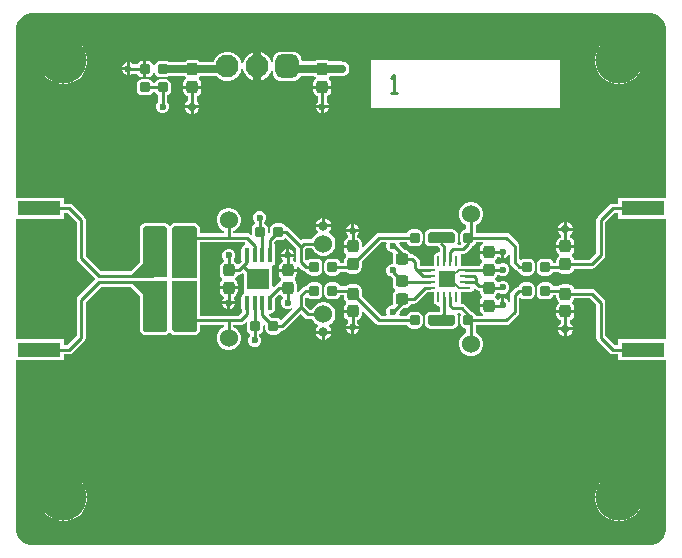
<source format=gbr>
%TF.GenerationSoftware,Altium Limited,Altium Designer,24.2.2 (26)*%
G04 Layer_Physical_Order=1*
G04 Layer_Color=5724159*
%FSLAX45Y45*%
%MOMM*%
%TF.SameCoordinates,D2FE35CC-22CD-4169-9643-A2803306E4A1*%
%TF.FilePolarity,Positive*%
%TF.FileFunction,Copper,L1,Top,Signal*%
%TF.Part,Single*%
G01*
G75*
%TA.AperFunction,ConnectorPad*%
%ADD10R,4.20000X1.35000*%
%ADD11R,3.60000X1.27000*%
%TA.AperFunction,SMDPad,CuDef*%
G04:AMPARAMS|DCode=12|XSize=1mm|YSize=1.05mm|CornerRadius=0.25mm|HoleSize=0mm|Usage=FLASHONLY|Rotation=180.000|XOffset=0mm|YOffset=0mm|HoleType=Round|Shape=RoundedRectangle|*
%AMROUNDEDRECTD12*
21,1,1.00000,0.55000,0,0,180.0*
21,1,0.50000,1.05000,0,0,180.0*
1,1,0.50000,-0.25000,0.27500*
1,1,0.50000,0.25000,0.27500*
1,1,0.50000,0.25000,-0.27500*
1,1,0.50000,-0.25000,-0.27500*
%
%ADD12ROUNDEDRECTD12*%
G04:AMPARAMS|DCode=13|XSize=0.9mm|YSize=0.85mm|CornerRadius=0.2125mm|HoleSize=0mm|Usage=FLASHONLY|Rotation=90.000|XOffset=0mm|YOffset=0mm|HoleType=Round|Shape=RoundedRectangle|*
%AMROUNDEDRECTD13*
21,1,0.90000,0.42500,0,0,90.0*
21,1,0.47500,0.85000,0,0,90.0*
1,1,0.42500,0.21250,0.23750*
1,1,0.42500,0.21250,-0.23750*
1,1,0.42500,-0.21250,-0.23750*
1,1,0.42500,-0.21250,0.23750*
%
%ADD13ROUNDEDRECTD13*%
G04:AMPARAMS|DCode=14|XSize=0.9mm|YSize=0.85mm|CornerRadius=0.2125mm|HoleSize=0mm|Usage=FLASHONLY|Rotation=0.000|XOffset=0mm|YOffset=0mm|HoleType=Round|Shape=RoundedRectangle|*
%AMROUNDEDRECTD14*
21,1,0.90000,0.42500,0,0,0.0*
21,1,0.47500,0.85000,0,0,0.0*
1,1,0.42500,0.23750,-0.21250*
1,1,0.42500,-0.23750,-0.21250*
1,1,0.42500,-0.23750,0.21250*
1,1,0.42500,0.23750,0.21250*
%
%ADD14ROUNDEDRECTD14*%
G04:AMPARAMS|DCode=15|XSize=1mm|YSize=1.05mm|CornerRadius=0.25mm|HoleSize=0mm|Usage=FLASHONLY|Rotation=90.000|XOffset=0mm|YOffset=0mm|HoleType=Round|Shape=RoundedRectangle|*
%AMROUNDEDRECTD15*
21,1,1.00000,0.55000,0,0,90.0*
21,1,0.50000,1.05000,0,0,90.0*
1,1,0.50000,0.27500,0.25000*
1,1,0.50000,0.27500,-0.25000*
1,1,0.50000,-0.27500,-0.25000*
1,1,0.50000,-0.27500,0.25000*
%
%ADD15ROUNDEDRECTD15*%
%ADD16C,1.52400*%
%ADD17R,0.41493X1.24042*%
G04:AMPARAMS|DCode=18|XSize=1.24042mm|YSize=0.41493mm|CornerRadius=0.20746mm|HoleSize=0mm|Usage=FLASHONLY|Rotation=270.000|XOffset=0mm|YOffset=0mm|HoleType=Round|Shape=RoundedRectangle|*
%AMROUNDEDRECTD18*
21,1,1.24042,0.00000,0,0,270.0*
21,1,0.82550,0.41493,0,0,270.0*
1,1,0.41492,0.00000,-0.41275*
1,1,0.41492,0.00000,0.41275*
1,1,0.41492,0.00000,0.41275*
1,1,0.41492,0.00000,-0.41275*
%
%ADD18ROUNDEDRECTD18*%
%ADD19R,1.88000X1.68000*%
%ADD20O,0.25000X1.00000*%
%ADD21O,1.00000X0.25000*%
%ADD22R,1.45000X1.45000*%
%TA.AperFunction,Conductor*%
%ADD23C,0.25400*%
%ADD24C,0.70000*%
%ADD25C,0.15000*%
%TA.AperFunction,NonConductor*%
%ADD26C,0.25400*%
%TA.AperFunction,ComponentPad*%
%ADD27R,1.57000X1.57000*%
%ADD28C,1.57000*%
%ADD29C,1.95000*%
G04:AMPARAMS|DCode=30|XSize=1.95mm|YSize=1.95mm|CornerRadius=0.4875mm|HoleSize=0mm|Usage=FLASHONLY|Rotation=180.000|XOffset=0mm|YOffset=0mm|HoleType=Round|Shape=RoundedRectangle|*
%AMROUNDEDRECTD30*
21,1,1.95000,0.97500,0,0,180.0*
21,1,0.97500,1.95000,0,0,180.0*
1,1,0.97500,-0.48750,0.48750*
1,1,0.97500,0.48750,0.48750*
1,1,0.97500,0.48750,-0.48750*
1,1,0.97500,-0.48750,-0.48750*
%
%ADD30ROUNDEDRECTD30*%
%ADD31C,4.00000*%
%TA.AperFunction,ViaPad*%
%ADD32C,0.60000*%
%ADD33C,0.80000*%
%ADD34C,0.70000*%
%ADD35C,0.50000*%
G36*
X5407919Y4495004D02*
X5431578Y4485204D01*
X5452870Y4470977D01*
X5470977Y4452870D01*
X5485204Y4431578D01*
X5495004Y4407919D01*
X5500000Y4382804D01*
Y4370000D01*
Y2938900D01*
X5098600D01*
Y2888846D01*
X5050000D01*
X5035134Y2885889D01*
X5022531Y2877468D01*
X4922531Y2777468D01*
X4914111Y2764866D01*
X4911153Y2750000D01*
Y2466091D01*
X4858910Y2413847D01*
X4724130D01*
X4722476Y2422165D01*
X4711336Y2438836D01*
X4706058Y2442363D01*
Y2457637D01*
X4711336Y2461164D01*
X4722476Y2477835D01*
X4726387Y2497500D01*
Y2512300D01*
X4573613D01*
Y2497500D01*
X4577524Y2477835D01*
X4588664Y2461164D01*
X4593942Y2457637D01*
Y2442363D01*
X4588664Y2438836D01*
X4577524Y2422165D01*
X4573613Y2402500D01*
Y2388847D01*
X4543311D01*
X4542693Y2391952D01*
X4532383Y2407383D01*
X4516952Y2417693D01*
X4498750Y2421314D01*
X4456250D01*
X4438048Y2417693D01*
X4422617Y2407383D01*
X4412307Y2391952D01*
X4408686Y2373750D01*
Y2326250D01*
X4412307Y2308048D01*
X4422617Y2292617D01*
X4438048Y2282307D01*
X4456250Y2278686D01*
X4498750D01*
X4516952Y2282307D01*
X4532383Y2292617D01*
X4542693Y2308048D01*
X4543311Y2311154D01*
X4588679D01*
X4605335Y2300024D01*
X4625000Y2296113D01*
X4675000D01*
X4694665Y2300024D01*
X4711336Y2311164D01*
X4722476Y2327835D01*
X4724130Y2336154D01*
X4875000D01*
X4889866Y2339111D01*
X4902469Y2347531D01*
X4977469Y2422531D01*
X4985889Y2435134D01*
X4988847Y2450000D01*
Y2733909D01*
X5066091Y2811153D01*
X5098600D01*
Y2761100D01*
X5500000D01*
Y1738900D01*
X5098600D01*
Y1688847D01*
X5066091D01*
X4988847Y1766091D01*
Y2050000D01*
X4985889Y2064866D01*
X4977469Y2077469D01*
X4902469Y2152468D01*
X4889867Y2160889D01*
X4875001Y2163846D01*
X4724130D01*
X4722476Y2172165D01*
X4711336Y2188836D01*
X4694665Y2199976D01*
X4675000Y2203887D01*
X4625000D01*
X4605335Y2199976D01*
X4588679Y2188846D01*
X4543311D01*
X4542693Y2191951D01*
X4532383Y2207382D01*
X4516952Y2217693D01*
X4498750Y2221314D01*
X4456250D01*
X4438048Y2217693D01*
X4422617Y2207382D01*
X4412306Y2191951D01*
X4408686Y2173750D01*
Y2126250D01*
X4412306Y2108048D01*
X4422617Y2092617D01*
X4438048Y2082306D01*
X4456250Y2078686D01*
X4498750D01*
X4516952Y2082306D01*
X4532383Y2092617D01*
X4542693Y2108048D01*
X4543311Y2111153D01*
X4573613D01*
Y2097500D01*
X4577524Y2077835D01*
X4588664Y2061164D01*
X4593942Y2057637D01*
Y2042363D01*
X4588664Y2038836D01*
X4577524Y2022165D01*
X4573613Y2002500D01*
Y1987700D01*
X4650001D01*
X4726387D01*
Y2002500D01*
X4722476Y2022165D01*
X4711336Y2038836D01*
X4706058Y2042363D01*
Y2057637D01*
X4711336Y2061164D01*
X4722476Y2077835D01*
X4724130Y2086153D01*
X4858910D01*
X4911153Y2033910D01*
Y1750000D01*
X4914111Y1735134D01*
X4922531Y1722531D01*
X5022531Y1622531D01*
X5035134Y1614111D01*
X5050000Y1611153D01*
X5098600D01*
Y1561100D01*
X5500000D01*
Y130000D01*
Y117196D01*
X5495004Y92080D01*
X5485204Y68422D01*
X5470977Y47130D01*
X5452870Y29022D01*
X5431578Y14795D01*
X5407919Y4996D01*
X5382804Y0D01*
X117196D01*
X92080Y4996D01*
X68422Y14795D01*
X47130Y29022D01*
X29022Y47130D01*
X14795Y68422D01*
X4996Y92080D01*
X0Y117196D01*
Y130000D01*
Y1561100D01*
X401400D01*
Y1611153D01*
X450000D01*
X464866Y1614111D01*
X477469Y1622531D01*
X577468Y1722531D01*
X585889Y1735134D01*
X588846Y1750000D01*
Y2058509D01*
X714806Y2184469D01*
X968906D01*
X1044102Y2109273D01*
Y1820000D01*
X1046074Y1810089D01*
X1051688Y1801688D01*
X1071687Y1781688D01*
X1071687Y1781688D01*
X1080089Y1776074D01*
X1089999Y1774102D01*
X1260000D01*
X1269911Y1776074D01*
X1278312Y1781688D01*
X1291205Y1794580D01*
X1300000Y1800543D01*
X1308795Y1794580D01*
X1321687Y1781688D01*
X1330089Y1776074D01*
X1340000Y1774102D01*
X1510000D01*
X1519911Y1776074D01*
X1528313Y1781688D01*
X1548312Y1801687D01*
X1548312Y1801688D01*
X1553926Y1810089D01*
X1555898Y1820000D01*
Y1861154D01*
X1761153D01*
Y1844775D01*
X1760784Y1844676D01*
X1737616Y1831300D01*
X1718700Y1812384D01*
X1705324Y1789216D01*
X1698400Y1763376D01*
Y1736624D01*
X1705324Y1710784D01*
X1718700Y1687616D01*
X1737616Y1668700D01*
X1760784Y1655324D01*
X1786624Y1648400D01*
X1813376D01*
X1839216Y1655324D01*
X1862384Y1668700D01*
X1881300Y1687616D01*
X1894676Y1710784D01*
X1901600Y1736624D01*
Y1763376D01*
X1894676Y1789216D01*
X1881300Y1812384D01*
X1862384Y1831300D01*
X1839216Y1844676D01*
X1838846Y1844775D01*
Y1861154D01*
X1900000D01*
X1914866Y1864111D01*
X1927469Y1872531D01*
X1943729Y1888792D01*
X1955433Y1882536D01*
X1953686Y1873750D01*
Y1826250D01*
X1957306Y1808048D01*
X1967617Y1792617D01*
X1981154Y1783573D01*
Y1769501D01*
X1973034Y1761382D01*
X1964600Y1741020D01*
Y1718980D01*
X1973034Y1698619D01*
X1988619Y1683034D01*
X2008980Y1674600D01*
X2031020D01*
X2051381Y1683034D01*
X2066966Y1698619D01*
X2075400Y1718980D01*
Y1741020D01*
X2066966Y1761382D01*
X2058847Y1769501D01*
Y1781689D01*
X2061952Y1782307D01*
X2077383Y1792617D01*
X2087693Y1808048D01*
X2091314Y1826250D01*
Y1853683D01*
X2104014Y1860142D01*
X2108686Y1856737D01*
Y1826250D01*
X2112306Y1808048D01*
X2122617Y1792617D01*
X2138048Y1782307D01*
X2156250Y1778686D01*
X2198750D01*
X2216952Y1782307D01*
X2232383Y1792617D01*
X2242693Y1808048D01*
X2243311Y1811154D01*
X2250000D01*
X2264866Y1814111D01*
X2277469Y1822532D01*
X2410000Y1955063D01*
X2442532Y1922531D01*
X2455134Y1914110D01*
X2470000Y1911153D01*
X2505225D01*
X2505324Y1910784D01*
X2518700Y1887616D01*
X2537616Y1868700D01*
X2550697Y1861147D01*
X2552786Y1845276D01*
X2547667Y1840157D01*
X2539057Y1825243D01*
X2535696Y1812700D01*
X2664304D01*
X2660943Y1825243D01*
X2652333Y1840157D01*
X2647213Y1845276D01*
X2649303Y1861147D01*
X2662384Y1868700D01*
X2681300Y1887616D01*
X2694676Y1910784D01*
X2701600Y1936624D01*
Y1963376D01*
X2694676Y1989216D01*
X2681300Y2012384D01*
X2662384Y2031300D01*
X2639216Y2044676D01*
X2613376Y2051600D01*
X2586624D01*
X2560784Y2044676D01*
X2537616Y2031300D01*
X2518700Y2012384D01*
X2505324Y1989216D01*
X2505225Y1988846D01*
X2486091D01*
X2448847Y2026091D01*
Y2086216D01*
X2454208Y2091145D01*
X2467617Y2092617D01*
X2483048Y2082307D01*
X2501250Y2078686D01*
X2543750D01*
X2561952Y2082307D01*
X2577383Y2092617D01*
X2587693Y2108048D01*
X2591314Y2126250D01*
Y2173750D01*
X2587693Y2191952D01*
X2577383Y2207383D01*
X2561952Y2217693D01*
X2543750Y2221314D01*
X2501250D01*
X2483048Y2217693D01*
X2467617Y2207383D01*
X2457306Y2191952D01*
X2456689Y2188847D01*
X2450000D01*
X2435134Y2185889D01*
X2422531Y2177469D01*
X2388535Y2143472D01*
X2380619Y2146097D01*
X2376387Y2149285D01*
Y2202500D01*
X2372476Y2222165D01*
X2361336Y2238836D01*
X2356059Y2242363D01*
Y2257637D01*
X2361336Y2261163D01*
X2372476Y2277835D01*
X2376387Y2297500D01*
Y2312300D01*
X2300001D01*
X2223613D01*
Y2297500D01*
X2227525Y2277835D01*
X2238664Y2261163D01*
X2243942Y2257637D01*
Y2242363D01*
X2238664Y2238836D01*
X2227525Y2222165D01*
X2225870Y2213846D01*
X2225000D01*
X2210134Y2210889D01*
X2197531Y2202468D01*
X2181133Y2186070D01*
X2169400Y2190931D01*
Y2359400D01*
X2177937Y2368564D01*
X2193646D01*
Y2543406D01*
X2186346D01*
Y2563909D01*
X2201123Y2578686D01*
X2238750D01*
X2256952Y2582307D01*
X2272383Y2592617D01*
X2281543Y2593520D01*
X2371153Y2503909D01*
Y2396388D01*
X2368442Y2394302D01*
X2358453Y2390762D01*
X2344665Y2399975D01*
X2344284Y2400051D01*
X2341835Y2413487D01*
X2346966Y2418618D01*
X2354704Y2437300D01*
X2245296D01*
X2253034Y2418618D01*
X2258165Y2413487D01*
X2255716Y2400051D01*
X2255335Y2399975D01*
X2238664Y2388836D01*
X2227525Y2372165D01*
X2223613Y2352500D01*
Y2337700D01*
X2300001D01*
X2376387D01*
Y2350715D01*
X2380617Y2353902D01*
X2388535Y2356528D01*
X2422531Y2322532D01*
X2435134Y2314111D01*
X2450000Y2311154D01*
X2456689D01*
X2457306Y2308048D01*
X2467617Y2292617D01*
X2483048Y2282307D01*
X2501250Y2278686D01*
X2543750D01*
X2561952Y2282307D01*
X2577383Y2292617D01*
X2587693Y2308048D01*
X2591314Y2326250D01*
Y2373750D01*
X2587693Y2391952D01*
X2577383Y2407383D01*
X2561952Y2417693D01*
X2543750Y2421314D01*
X2501250D01*
X2483048Y2417693D01*
X2467617Y2407383D01*
X2454208Y2408855D01*
X2448847Y2413784D01*
Y2503909D01*
X2456091Y2511153D01*
X2505225D01*
X2505324Y2510784D01*
X2518700Y2487616D01*
X2537616Y2468700D01*
X2560784Y2455324D01*
X2586624Y2448400D01*
X2613376D01*
X2639216Y2455324D01*
X2662384Y2468700D01*
X2681300Y2487616D01*
X2694676Y2510784D01*
X2701600Y2536624D01*
Y2563376D01*
X2694676Y2589216D01*
X2681300Y2612384D01*
X2662384Y2631300D01*
X2649303Y2638852D01*
X2647213Y2654724D01*
X2652333Y2659843D01*
X2660943Y2674756D01*
X2664304Y2687300D01*
X2535696D01*
X2539057Y2674756D01*
X2547667Y2659843D01*
X2552786Y2654724D01*
X2550697Y2638852D01*
X2537616Y2631300D01*
X2518700Y2612384D01*
X2505324Y2589216D01*
X2505225Y2588846D01*
X2440000D01*
X2425134Y2585889D01*
X2412531Y2577469D01*
X2410000Y2574937D01*
X2307469Y2677469D01*
X2294866Y2685889D01*
X2283448Y2688161D01*
X2282693Y2691952D01*
X2272383Y2707383D01*
X2256952Y2717693D01*
X2238750Y2721314D01*
X2196250D01*
X2178048Y2717693D01*
X2162617Y2707383D01*
X2152307Y2691952D01*
X2148686Y2673750D01*
Y2643263D01*
X2144014Y2639858D01*
X2131314Y2646317D01*
Y2673750D01*
X2127693Y2691952D01*
X2117383Y2707383D01*
X2101952Y2717693D01*
X2098846Y2718311D01*
Y2730499D01*
X2106966Y2738619D01*
X2115400Y2758980D01*
Y2781020D01*
X2106966Y2801381D01*
X2091381Y2816966D01*
X2071020Y2825400D01*
X2048980D01*
X2028618Y2816966D01*
X2013034Y2801381D01*
X2004600Y2781020D01*
Y2758980D01*
X2013034Y2738619D01*
X2021153Y2730499D01*
Y2716427D01*
X2007617Y2707383D01*
X1997307Y2691952D01*
X1993686Y2673750D01*
Y2629212D01*
X1986569Y2624786D01*
X1981246Y2623691D01*
X1977469Y2627468D01*
X1964866Y2635889D01*
X1950000Y2638846D01*
X1838846D01*
Y2655225D01*
X1839216Y2655324D01*
X1862384Y2668700D01*
X1881300Y2687616D01*
X1894676Y2710784D01*
X1901600Y2736624D01*
Y2763376D01*
X1894676Y2789216D01*
X1881300Y2812384D01*
X1862384Y2831300D01*
X1839216Y2844676D01*
X1813376Y2851600D01*
X1786624D01*
X1760784Y2844676D01*
X1737616Y2831300D01*
X1718700Y2812384D01*
X1705324Y2789216D01*
X1698400Y2763376D01*
Y2736624D01*
X1705324Y2710784D01*
X1718700Y2687616D01*
X1737616Y2668700D01*
X1760784Y2655324D01*
X1761153Y2655225D01*
Y2638846D01*
X1555898D01*
Y2680000D01*
X1553926Y2689911D01*
X1548312Y2698312D01*
X1528313Y2718312D01*
X1528313Y2718312D01*
X1519911Y2723926D01*
X1510001Y2725898D01*
X1340000D01*
X1330089Y2723926D01*
X1321687Y2718312D01*
X1308795Y2705420D01*
X1300000Y2699457D01*
X1291205Y2705420D01*
X1278312Y2718312D01*
X1269911Y2723926D01*
X1260000Y2725898D01*
X1090000D01*
X1080089Y2723926D01*
X1071687Y2718312D01*
X1051688Y2698313D01*
X1051688Y2698312D01*
X1046074Y2689911D01*
X1044102Y2680000D01*
Y2390727D01*
X967375Y2314000D01*
X717681D01*
X588846Y2442835D01*
Y2750000D01*
X585889Y2764866D01*
X577468Y2777469D01*
X477469Y2877468D01*
X464866Y2885889D01*
X450000Y2888846D01*
X401400D01*
Y2938900D01*
X0D01*
Y4370000D01*
Y4382804D01*
X4996Y4407919D01*
X14795Y4431578D01*
X29022Y4452870D01*
X47130Y4470977D01*
X68422Y4485204D01*
X92080Y4495004D01*
X117196Y4500000D01*
X5382804D01*
X5407919Y4495004D01*
D02*
G37*
G36*
X1939401Y2553043D02*
X1935433Y2540915D01*
X1934495Y2540728D01*
X1919231Y2530529D01*
X1909031Y2515265D01*
X1905450Y2497259D01*
Y2414710D01*
X1907826Y2402763D01*
X1883243Y2378180D01*
X1867185Y2380083D01*
X1861336Y2388836D01*
X1844665Y2399976D01*
X1844285Y2400052D01*
X1841835Y2413488D01*
X1846966Y2418618D01*
X1855400Y2438980D01*
Y2461020D01*
X1846966Y2481381D01*
X1831382Y2496966D01*
X1811020Y2505400D01*
X1788980D01*
X1768619Y2496966D01*
X1753034Y2481381D01*
X1744600Y2461020D01*
Y2438980D01*
X1753034Y2418618D01*
X1758165Y2413488D01*
X1755716Y2400052D01*
X1755335Y2399976D01*
X1738664Y2388836D01*
X1727525Y2372165D01*
X1723613Y2352500D01*
Y2297500D01*
X1727525Y2277835D01*
X1738664Y2261164D01*
X1743942Y2257637D01*
Y2242363D01*
X1738664Y2238837D01*
X1727525Y2222165D01*
X1723613Y2202500D01*
Y2187700D01*
X1876387D01*
Y2202500D01*
X1872476Y2222165D01*
X1861336Y2238837D01*
X1856059Y2242363D01*
Y2257637D01*
X1861336Y2261164D01*
X1872476Y2277835D01*
X1874130Y2286154D01*
X1885000D01*
X1899866Y2289111D01*
X1912469Y2297532D01*
X1918750Y2303813D01*
X1930600Y2291963D01*
Y2140600D01*
X1930600D01*
X1933257Y2128795D01*
X1933210Y2127900D01*
X1919231Y2118559D01*
X1909031Y2103295D01*
X1905450Y2085290D01*
Y2002740D01*
X1909031Y1984735D01*
X1911153Y1981559D01*
Y1966091D01*
X1883909Y1938847D01*
X1555898D01*
Y2120000D01*
Y2236297D01*
X1553926Y2246208D01*
X1551896Y2249246D01*
X1553926Y2252284D01*
X1555898Y2262195D01*
Y2380000D01*
Y2561153D01*
X1932583D01*
X1939401Y2553043D01*
D02*
G37*
G36*
X1280000Y2680000D02*
Y2262739D01*
X1153957D01*
X1150400Y2263447D01*
X1146842Y2262739D01*
X980000D01*
X980000Y2262739D01*
Y2290000D01*
X1070000Y2380000D01*
Y2680000D01*
X1090000Y2700000D01*
X1260000D01*
X1280000Y2680000D01*
D02*
G37*
G36*
X1530000D02*
Y2380000D01*
Y2262195D01*
X1320000D01*
Y2680000D01*
X1340000Y2700000D01*
X1510000D01*
X1530000Y2680000D01*
D02*
G37*
G36*
X1280000Y1820000D02*
X1260000Y1800000D01*
X1090000D01*
X1070000Y1820000D01*
Y2120000D01*
X980000Y2210000D01*
Y2236841D01*
X1148953D01*
X1150400Y2236554D01*
X1151847Y2236841D01*
X1280000D01*
Y1820000D01*
D02*
G37*
G36*
X2235188Y2116367D02*
X2238664Y2111163D01*
X2255335Y2100024D01*
X2255716Y2099948D01*
X2258165Y2086512D01*
X2253034Y2081381D01*
X2244600Y2061019D01*
Y2038980D01*
X2253034Y2018618D01*
X2268619Y2003034D01*
X2288980Y1994600D01*
X2311020D01*
X2331381Y2003034D01*
X2338236Y1993173D01*
X2247497Y1902434D01*
X2234858Y1903679D01*
X2232383Y1907383D01*
X2216952Y1917693D01*
X2198750Y1921314D01*
X2161123D01*
X2137758Y1944679D01*
X2144014Y1956384D01*
X2147500Y1955690D01*
X2165505Y1959272D01*
X2180769Y1969471D01*
X2190969Y1984735D01*
X2194550Y2002740D01*
Y2085290D01*
X2193833Y2088896D01*
X2222549Y2117611D01*
X2235188Y2116367D01*
D02*
G37*
G36*
X1530000Y2120000D02*
Y1820000D01*
X1510000Y1800000D01*
X1340000D01*
X1320000Y1820000D01*
Y2236297D01*
X1530000D01*
Y2120000D01*
D02*
G37*
G36*
X511153Y2733909D02*
Y2426744D01*
X514110Y2411878D01*
X522531Y2399275D01*
X671135Y2250672D01*
X522531Y2102068D01*
X514110Y2089466D01*
X511153Y2074600D01*
Y1766090D01*
X433909Y1688847D01*
X401400D01*
Y1738900D01*
X0D01*
Y2761100D01*
X401400D01*
Y2811153D01*
X433910D01*
X511153Y2733909D01*
D02*
G37*
%LPC*%
G36*
X1802180Y4172900D02*
X1769820D01*
X1738563Y4164524D01*
X1710538Y4148344D01*
X1687656Y4125462D01*
X1671476Y4097437D01*
X1669237Y4089083D01*
X1550967D01*
X1534665Y4099976D01*
X1515000Y4103887D01*
X1465000D01*
X1445335Y4099976D01*
X1429033Y4089083D01*
X1375193D01*
X1372014Y4090400D01*
X1347986D01*
X1344807Y4089083D01*
X1287355D01*
X1281952Y4092693D01*
X1263750Y4096314D01*
X1216250D01*
X1198048Y4092693D01*
X1182617Y4082383D01*
X1172307Y4066952D01*
X1171474Y4062768D01*
X1158526D01*
X1157693Y4066952D01*
X1147383Y4082383D01*
X1131952Y4092693D01*
X1113750Y4096314D01*
X1102700D01*
Y4027500D01*
Y3958686D01*
X1113750D01*
X1131952Y3962307D01*
X1147383Y3972617D01*
X1157693Y3988048D01*
X1158526Y3992232D01*
X1171474D01*
X1172307Y3988048D01*
X1182617Y3972617D01*
X1198048Y3962307D01*
X1216250Y3958686D01*
X1263750D01*
X1281952Y3962307D01*
X1287355Y3965917D01*
X1425488D01*
X1428664Y3961164D01*
X1433942Y3957637D01*
Y3942363D01*
X1428664Y3938836D01*
X1417524Y3922165D01*
X1413613Y3902500D01*
Y3887700D01*
X1566387D01*
Y3902500D01*
X1562476Y3922165D01*
X1551336Y3938836D01*
X1546058Y3942363D01*
Y3956718D01*
X1548895Y3959533D01*
X1551336Y3961164D01*
X1552904Y3963511D01*
X1555329Y3965917D01*
X1696277D01*
X1710538Y3951655D01*
X1738563Y3935475D01*
X1769820Y3927100D01*
X1802180D01*
X1833438Y3935475D01*
X1861463Y3951655D01*
X1884345Y3974537D01*
X1900525Y4002562D01*
X1906426Y4024587D01*
X1919574D01*
X1925476Y4002562D01*
X1941656Y3974537D01*
X1964538Y3951655D01*
X1992563Y3935475D01*
X2005000Y3932143D01*
Y4050000D01*
Y4167857D01*
X1992563Y4164524D01*
X1964538Y4148344D01*
X1941656Y4125462D01*
X1925476Y4097437D01*
X1919574Y4075413D01*
X1906426D01*
X1900525Y4097437D01*
X1884345Y4125462D01*
X1861463Y4148344D01*
X1833438Y4164524D01*
X1802180Y4172900D01*
D02*
G37*
G36*
X2342750Y4173540D02*
X2245250D01*
X2225893Y4170991D01*
X2207855Y4163519D01*
X2192366Y4151634D01*
X2180481Y4136145D01*
X2173009Y4118107D01*
X2170460Y4098750D01*
Y4087034D01*
X2157760Y4085362D01*
X2154525Y4097437D01*
X2138345Y4125462D01*
X2115463Y4148344D01*
X2087438Y4164524D01*
X2075000Y4167857D01*
Y4050000D01*
Y3932143D01*
X2087438Y3935475D01*
X2115463Y3951655D01*
X2138345Y3974537D01*
X2154525Y4002562D01*
X2157760Y4014638D01*
X2170460Y4012966D01*
Y4001250D01*
X2173009Y3981893D01*
X2180481Y3963855D01*
X2192366Y3948365D01*
X2207855Y3936480D01*
X2225893Y3929008D01*
X2245250Y3926460D01*
X2342750D01*
X2362107Y3929008D01*
X2380145Y3936480D01*
X2395635Y3948365D01*
X2407520Y3963855D01*
X2409409Y3968417D01*
X2523817D01*
X2528664Y3961164D01*
X2533942Y3957637D01*
Y3942363D01*
X2528664Y3938836D01*
X2517524Y3922165D01*
X2513613Y3902500D01*
Y3887700D01*
X2590000D01*
X2666387D01*
Y3902500D01*
X2662475Y3922165D01*
X2651336Y3938836D01*
X2646058Y3942363D01*
Y3957637D01*
X2651336Y3961164D01*
X2656183Y3968417D01*
X2760000D01*
X2765949Y3969600D01*
X2772014D01*
X2777618Y3971921D01*
X2783567Y3973105D01*
X2788610Y3976474D01*
X2794214Y3978795D01*
X2798502Y3983084D01*
X2803546Y3986454D01*
X2806916Y3991498D01*
X2811204Y3995786D01*
X2813525Y4001390D01*
X2816895Y4006433D01*
X2818079Y4012382D01*
X2820400Y4017986D01*
Y4024051D01*
X2821583Y4030000D01*
X2820400Y4035949D01*
Y4042014D01*
X2818079Y4047618D01*
X2816895Y4053567D01*
X2813525Y4058610D01*
X2811204Y4064214D01*
X2806916Y4068502D01*
X2803546Y4073546D01*
X2798502Y4076916D01*
X2794214Y4081205D01*
X2788610Y4083526D01*
X2783567Y4086896D01*
X2777618Y4088079D01*
X2772014Y4090400D01*
X2765949D01*
X2760000Y4091583D01*
X2647225D01*
X2634665Y4099976D01*
X2615000Y4103887D01*
X2565000D01*
X2545335Y4099976D01*
X2532775Y4091583D01*
X2417540D01*
Y4098750D01*
X2414992Y4118107D01*
X2407520Y4136145D01*
X2395635Y4151634D01*
X2380145Y4163519D01*
X2362107Y4170991D01*
X2342750Y4173540D01*
D02*
G37*
G36*
X1077300Y4096314D02*
X1066250D01*
X1048048Y4092693D01*
X1032617Y4082383D01*
X1022307Y4066952D01*
X1022186Y4066346D01*
X992001D01*
X981381Y4076966D01*
X962700Y4084704D01*
Y4030000D01*
Y3975296D01*
X981381Y3983034D01*
X987001Y3988653D01*
X1022186D01*
X1022307Y3988048D01*
X1032617Y3972617D01*
X1048048Y3962307D01*
X1066250Y3958686D01*
X1077300D01*
Y4027500D01*
Y4096314D01*
D02*
G37*
G36*
X937300Y4084704D02*
X918618Y4076966D01*
X903034Y4061382D01*
X895296Y4042700D01*
X937300D01*
Y4084704D01*
D02*
G37*
G36*
Y4017300D02*
X895296D01*
X903034Y3998619D01*
X918618Y3983034D01*
X937300Y3975296D01*
Y4017300D01*
D02*
G37*
G36*
X1263750Y3941314D02*
X1216250D01*
X1198048Y3937693D01*
X1182617Y3927383D01*
X1172307Y3911952D01*
X1172186Y3911347D01*
X1157814D01*
X1157693Y3911952D01*
X1147383Y3927383D01*
X1131952Y3937693D01*
X1113750Y3941314D01*
X1066250D01*
X1048048Y3937693D01*
X1032617Y3927383D01*
X1022307Y3911952D01*
X1018686Y3893750D01*
Y3851250D01*
X1022307Y3833048D01*
X1032617Y3817617D01*
X1048048Y3807307D01*
X1066250Y3803686D01*
X1113750D01*
X1131952Y3807307D01*
X1147383Y3817617D01*
X1157693Y3833048D01*
X1157814Y3833653D01*
X1172186D01*
X1172307Y3833048D01*
X1182617Y3817617D01*
X1198048Y3807307D01*
X1201154Y3806689D01*
Y3749501D01*
X1193034Y3741381D01*
X1184600Y3721020D01*
Y3698980D01*
X1193034Y3678618D01*
X1208619Y3663034D01*
X1228980Y3654600D01*
X1251020D01*
X1271382Y3663034D01*
X1286966Y3678618D01*
X1295400Y3698980D01*
Y3721020D01*
X1286966Y3741381D01*
X1278847Y3749501D01*
Y3806689D01*
X1281952Y3807307D01*
X1297383Y3817617D01*
X1307693Y3833048D01*
X1311314Y3851250D01*
Y3893750D01*
X1307693Y3911952D01*
X1297383Y3927383D01*
X1281952Y3937693D01*
X1263750Y3941314D01*
D02*
G37*
G36*
X5119698Y4300000D02*
X5080302D01*
X5041662Y4292314D01*
X5005265Y4277238D01*
X4972507Y4255350D01*
X4944650Y4227492D01*
X4922762Y4194735D01*
X4907686Y4158338D01*
X4900000Y4119698D01*
Y4080302D01*
X4907686Y4041662D01*
X4922762Y4005265D01*
X4944650Y3972507D01*
X4972507Y3944650D01*
X5005265Y3922762D01*
X5041662Y3907686D01*
X5080302Y3900000D01*
X5119698D01*
X5158338Y3907686D01*
X5194735Y3922762D01*
X5227492Y3944650D01*
X5255350Y3972507D01*
X5277238Y4005265D01*
X5292314Y4041662D01*
X5300000Y4080302D01*
Y4119698D01*
X5292314Y4158338D01*
X5277238Y4194735D01*
X5255350Y4227492D01*
X5227492Y4255350D01*
X5194735Y4277238D01*
X5158338Y4292314D01*
X5119698Y4300000D01*
D02*
G37*
G36*
X419698D02*
X380302D01*
X341662Y4292314D01*
X305265Y4277238D01*
X272507Y4255350D01*
X244650Y4227492D01*
X222762Y4194735D01*
X207686Y4158338D01*
X200000Y4119698D01*
Y4080302D01*
X207686Y4041662D01*
X222762Y4005265D01*
X244650Y3972507D01*
X272507Y3944650D01*
X305265Y3922762D01*
X341662Y3907686D01*
X380302Y3900000D01*
X419698D01*
X458338Y3907686D01*
X494735Y3922762D01*
X527492Y3944650D01*
X555350Y3972507D01*
X577238Y4005265D01*
X592314Y4041662D01*
X600000Y4080302D01*
Y4119698D01*
X592314Y4158338D01*
X577238Y4194735D01*
X555350Y4227492D01*
X527492Y4255350D01*
X494735Y4277238D01*
X458338Y4292314D01*
X419698Y4300000D01*
D02*
G37*
G36*
X2666387Y3862300D02*
X2590000D01*
X2513613D01*
Y3847500D01*
X2517524Y3827835D01*
X2528664Y3811164D01*
X2545335Y3800024D01*
X2551153Y3798867D01*
Y3749501D01*
X2543034Y3741381D01*
X2535296Y3722700D01*
X2644704D01*
X2636966Y3741381D01*
X2628846Y3749501D01*
Y3798867D01*
X2634665Y3800024D01*
X2651336Y3811164D01*
X2662475Y3827835D01*
X2666387Y3847500D01*
Y3862300D01*
D02*
G37*
G36*
X1566387Y3862300D02*
X1413613D01*
Y3847500D01*
X1417524Y3827835D01*
X1428664Y3811164D01*
X1445335Y3800024D01*
X1451154Y3798867D01*
Y3756572D01*
X1438795Y3744214D01*
X1429884Y3722700D01*
X1550116D01*
X1541205Y3744214D01*
X1528847Y3756572D01*
Y3798867D01*
X1534665Y3800024D01*
X1551336Y3811164D01*
X1562476Y3827835D01*
X1566387Y3847500D01*
Y3862300D01*
D02*
G37*
G36*
X4600000Y4100000D02*
X3000000D01*
Y3700000D01*
X4600000D01*
Y4100000D01*
D02*
G37*
G36*
X2644704Y3697300D02*
X2602700D01*
Y3655296D01*
X2621381Y3663034D01*
X2636966Y3678618D01*
X2644704Y3697300D01*
D02*
G37*
G36*
X2577300D02*
X2535296D01*
X2543034Y3678618D01*
X2558618Y3663034D01*
X2577300Y3655296D01*
Y3697300D01*
D02*
G37*
G36*
X1550116D02*
X1502700D01*
Y3649884D01*
X1524214Y3658795D01*
X1541205Y3675786D01*
X1550116Y3697300D01*
D02*
G37*
G36*
X1477300D02*
X1429884D01*
X1438795Y3675786D01*
X1455786Y3658795D01*
X1477300Y3649884D01*
Y3697300D01*
D02*
G37*
G36*
X2612700Y2764304D02*
Y2712700D01*
X2664304D01*
X2660943Y2725243D01*
X2652333Y2740157D01*
X2640157Y2752333D01*
X2625243Y2760943D01*
X2612700Y2764304D01*
D02*
G37*
G36*
X2587300D02*
X2574756Y2760943D01*
X2559843Y2752333D01*
X2547667Y2740157D01*
X2539057Y2725243D01*
X2535696Y2712700D01*
X2587300D01*
Y2764304D01*
D02*
G37*
G36*
X4662700Y2730116D02*
Y2682700D01*
X4710116D01*
X4701205Y2704214D01*
X4684214Y2721205D01*
X4662700Y2730116D01*
D02*
G37*
G36*
X4637300D02*
X4615786Y2721205D01*
X4598795Y2704214D01*
X4589884Y2682700D01*
X4637300D01*
Y2730116D01*
D02*
G37*
G36*
X2862700Y2714704D02*
Y2672700D01*
X2904704D01*
X2896966Y2691381D01*
X2881381Y2706966D01*
X2862700Y2714704D01*
D02*
G37*
G36*
X2837300D02*
X2818618Y2706966D01*
X2803034Y2691381D01*
X2795296Y2672700D01*
X2837300D01*
Y2714704D01*
D02*
G37*
G36*
X3863376Y2901600D02*
X3836624D01*
X3810784Y2894676D01*
X3787616Y2881300D01*
X3768700Y2862384D01*
X3755324Y2839216D01*
X3748400Y2813376D01*
Y2786624D01*
X3755324Y2760784D01*
X3768700Y2737616D01*
X3787616Y2718700D01*
X3810784Y2705324D01*
X3811153Y2705225D01*
Y2671313D01*
X3806250D01*
X3788048Y2667693D01*
X3772617Y2657382D01*
X3762306Y2641951D01*
X3758686Y2623749D01*
Y2576250D01*
X3762306Y2558048D01*
X3767699Y2549977D01*
X3759862Y2538847D01*
X3740138D01*
X3733349Y2551547D01*
X3737693Y2558048D01*
X3741314Y2576250D01*
Y2623749D01*
X3737693Y2641951D01*
X3727383Y2657382D01*
X3711952Y2667693D01*
X3710589Y2667964D01*
X3709911Y2668417D01*
X3700000Y2670389D01*
X3698399D01*
X3693750Y2671313D01*
X3651250D01*
X3646601Y2670389D01*
X3553399D01*
X3548750Y2671313D01*
X3506250D01*
X3501601Y2670389D01*
X3500000D01*
X3490089Y2668417D01*
X3489411Y2667964D01*
X3488048Y2667693D01*
X3472617Y2657382D01*
X3462307Y2641951D01*
X3458686Y2623749D01*
Y2576250D01*
X3462307Y2558048D01*
X3472617Y2542617D01*
X3488048Y2532306D01*
X3488951Y2532127D01*
X3490089Y2531366D01*
X3500000Y2529395D01*
X3502686D01*
X3506250Y2528686D01*
X3548750D01*
X3552314Y2529395D01*
X3567945D01*
X3572531Y2522531D01*
X3586153Y2508909D01*
Y2483933D01*
X3576336Y2475876D01*
X3575000Y2476142D01*
X3560212Y2473201D01*
X3547676Y2464824D01*
X3539299Y2452288D01*
X3536358Y2437500D01*
Y2363642D01*
X3501027D01*
X3500000Y2363846D01*
X3418847D01*
Y2390000D01*
X3415890Y2404866D01*
X3407469Y2417469D01*
X3377469Y2447469D01*
X3364866Y2455889D01*
X3350000Y2458846D01*
X3341133D01*
X3339976Y2464665D01*
X3328836Y2481336D01*
X3312165Y2492476D01*
X3292500Y2496387D01*
X3288550D01*
X3245400Y2539537D01*
Y2542919D01*
X3242221Y2550593D01*
X3249277Y2561153D01*
X3306689D01*
X3307307Y2558048D01*
X3317617Y2542617D01*
X3333048Y2532306D01*
X3351250Y2528686D01*
X3393750D01*
X3411952Y2532306D01*
X3427383Y2542617D01*
X3437693Y2558048D01*
X3441314Y2576250D01*
Y2623749D01*
X3437693Y2641951D01*
X3427383Y2657382D01*
X3411952Y2667693D01*
X3393750Y2671313D01*
X3351250D01*
X3333048Y2667693D01*
X3317617Y2657382D01*
X3307307Y2641951D01*
X3306689Y2638846D01*
X3074999D01*
X3060134Y2635889D01*
X3047531Y2627468D01*
X2938120Y2518058D01*
X2926387Y2522918D01*
Y2552500D01*
X2922475Y2572165D01*
X2911336Y2588836D01*
X2894665Y2599976D01*
X2888846Y2601133D01*
Y2620499D01*
X2896966Y2628619D01*
X2904704Y2647300D01*
X2795296D01*
X2803034Y2628619D01*
X2811153Y2620499D01*
Y2601133D01*
X2805335Y2599976D01*
X2788664Y2588836D01*
X2777524Y2572165D01*
X2773613Y2552500D01*
Y2537700D01*
X2850000D01*
Y2512300D01*
X2773613D01*
Y2497500D01*
X2777524Y2477835D01*
X2788664Y2461164D01*
X2793942Y2457637D01*
Y2442363D01*
X2788664Y2438836D01*
X2777524Y2422165D01*
X2773613Y2402500D01*
Y2388847D01*
X2743311D01*
X2742693Y2391952D01*
X2732383Y2407383D01*
X2716952Y2417693D01*
X2698750Y2421314D01*
X2656250D01*
X2638048Y2417693D01*
X2622617Y2407383D01*
X2612306Y2391952D01*
X2608686Y2373750D01*
Y2326250D01*
X2612306Y2308048D01*
X2622617Y2292617D01*
X2638048Y2282307D01*
X2656250Y2278686D01*
X2698750D01*
X2716952Y2282307D01*
X2732383Y2292617D01*
X2742693Y2308048D01*
X2743311Y2311154D01*
X2788679D01*
X2805335Y2300024D01*
X2825000Y2296113D01*
X2875000D01*
X2894665Y2300024D01*
X2911336Y2311164D01*
X2922475Y2327835D01*
X2926387Y2347500D01*
Y2396450D01*
X3091090Y2561153D01*
X3130723D01*
X3137779Y2550593D01*
X3134600Y2542919D01*
Y2520880D01*
X3143034Y2500518D01*
X3158619Y2484934D01*
X3178980Y2476500D01*
X3184461D01*
X3189747Y2466610D01*
X3189852Y2463800D01*
X3186113Y2445000D01*
Y2395000D01*
X3187345Y2388804D01*
X3179288Y2378986D01*
X3177266D01*
X3156905Y2370552D01*
X3141320Y2354968D01*
X3140000Y2351780D01*
X3132886Y2334606D01*
Y2312567D01*
X3139702Y2296113D01*
X3141320Y2292205D01*
X3156905Y2276621D01*
X3168065Y2271998D01*
X3186113Y2253950D01*
Y2205000D01*
X3190024Y2185335D01*
X3201164Y2168664D01*
X3210183Y2162637D01*
Y2147363D01*
X3201164Y2141336D01*
X3190024Y2124665D01*
X3186113Y2105000D01*
Y2055000D01*
X3189474Y2038100D01*
X3184507Y2028988D01*
X3181389Y2025400D01*
X3178980D01*
X3158619Y2016966D01*
X3143034Y2001382D01*
X3134600Y1981020D01*
Y1958980D01*
X3138566Y1949406D01*
X3131510Y1938846D01*
X3091091D01*
X2926387Y2103550D01*
Y2152500D01*
X2922475Y2172165D01*
X2911336Y2188836D01*
X2894665Y2199976D01*
X2875000Y2203887D01*
X2825000D01*
X2805335Y2199976D01*
X2788679Y2188847D01*
X2743311D01*
X2742693Y2191952D01*
X2732383Y2207383D01*
X2716952Y2217693D01*
X2698750Y2221314D01*
X2656250D01*
X2638048Y2217693D01*
X2622617Y2207383D01*
X2612306Y2191952D01*
X2608686Y2173750D01*
Y2126250D01*
X2612306Y2108048D01*
X2622617Y2092617D01*
X2638048Y2082307D01*
X2656250Y2078686D01*
X2698750D01*
X2716952Y2082307D01*
X2732383Y2092617D01*
X2742693Y2108048D01*
X2743311Y2111154D01*
X2773613D01*
Y2097500D01*
X2777524Y2077835D01*
X2788664Y2061164D01*
X2793942Y2057637D01*
Y2042363D01*
X2788664Y2038836D01*
X2777524Y2022165D01*
X2773613Y2002500D01*
Y1987700D01*
X2850000D01*
Y1962300D01*
X2773613D01*
Y1947500D01*
X2777524Y1927835D01*
X2788664Y1911164D01*
X2805335Y1900024D01*
X2811153Y1898867D01*
Y1879501D01*
X2803034Y1871381D01*
X2795296Y1852700D01*
X2904704D01*
X2896966Y1871381D01*
X2888846Y1879501D01*
Y1898867D01*
X2894665Y1900024D01*
X2911336Y1911164D01*
X2922475Y1927835D01*
X2926387Y1947500D01*
Y1977082D01*
X2938120Y1981942D01*
X3047531Y1872531D01*
X3060134Y1864110D01*
X3075000Y1861153D01*
X3306689D01*
X3307307Y1858048D01*
X3317617Y1842617D01*
X3333048Y1832306D01*
X3351250Y1828686D01*
X3393750D01*
X3411952Y1832306D01*
X3427383Y1842617D01*
X3437693Y1858048D01*
X3441314Y1876250D01*
Y1923750D01*
X3437693Y1941951D01*
X3427383Y1957382D01*
X3411952Y1967693D01*
X3393750Y1971314D01*
X3351250D01*
X3333048Y1967693D01*
X3317617Y1957382D01*
X3307307Y1941951D01*
X3306689Y1938846D01*
X3248490D01*
X3241434Y1949406D01*
X3245400Y1958980D01*
Y1970463D01*
X3278550Y2003613D01*
X3292500D01*
X3312165Y2007525D01*
X3328836Y2018664D01*
X3339976Y2035335D01*
X3341133Y2041154D01*
X3370000D01*
X3384866Y2044111D01*
X3397469Y2052532D01*
X3481090Y2136153D01*
X3500000D01*
X3501027Y2136357D01*
X3536358D01*
Y2062500D01*
X3539299Y2047712D01*
X3547676Y2035176D01*
X3560212Y2026799D01*
X3575000Y2023858D01*
X3576336Y2024123D01*
X3586153Y2016066D01*
Y1971091D01*
X3585452Y1970389D01*
X3553399D01*
X3548750Y1971314D01*
X3506250D01*
X3501601Y1970389D01*
X3500000D01*
X3490089Y1968417D01*
X3489411Y1967964D01*
X3488048Y1967693D01*
X3472617Y1957382D01*
X3462307Y1941951D01*
X3458686Y1923750D01*
Y1876250D01*
X3462307Y1858048D01*
X3472617Y1842617D01*
X3488048Y1832306D01*
X3488951Y1832127D01*
X3490089Y1831366D01*
X3500000Y1829395D01*
X3502686D01*
X3506250Y1828686D01*
X3548750D01*
X3552314Y1829395D01*
X3647686D01*
X3651250Y1828686D01*
X3693750D01*
X3697314Y1829395D01*
X3700000D01*
X3709911Y1831366D01*
X3711049Y1832127D01*
X3711952Y1832306D01*
X3727383Y1842617D01*
X3737693Y1858048D01*
X3741314Y1876250D01*
Y1923750D01*
X3737693Y1941951D01*
X3733349Y1948454D01*
X3740137Y1961154D01*
X3753909D01*
X3766634Y1948429D01*
X3762306Y1941951D01*
X3758686Y1923750D01*
Y1876250D01*
X3762306Y1858048D01*
X3772617Y1842617D01*
X3788048Y1832306D01*
X3806250Y1828686D01*
X3811153D01*
Y1794775D01*
X3810784Y1794676D01*
X3787616Y1781300D01*
X3768700Y1762384D01*
X3755324Y1739216D01*
X3748400Y1713376D01*
Y1686624D01*
X3755324Y1660784D01*
X3768700Y1637616D01*
X3787616Y1618699D01*
X3810784Y1605323D01*
X3836624Y1598400D01*
X3863376D01*
X3889216Y1605323D01*
X3912384Y1618699D01*
X3931300Y1637616D01*
X3944676Y1660784D01*
X3951600Y1686624D01*
Y1713376D01*
X3944676Y1739216D01*
X3931300Y1762384D01*
X3912384Y1781300D01*
X3889216Y1794676D01*
X3888846Y1794775D01*
Y1852291D01*
X3892693Y1858048D01*
X3893311Y1861153D01*
X4150000D01*
X4164866Y1864110D01*
X4177468Y1872531D01*
X4247469Y1942531D01*
X4255889Y1955134D01*
X4258846Y1970000D01*
Y2084366D01*
X4259344Y2084834D01*
X4271546Y2089992D01*
X4283048Y2082306D01*
X4301250Y2078686D01*
X4343750D01*
X4361952Y2082306D01*
X4377383Y2092617D01*
X4387693Y2108048D01*
X4391314Y2126250D01*
Y2173750D01*
X4387693Y2191951D01*
X4377383Y2207382D01*
X4361952Y2217693D01*
X4343750Y2221314D01*
X4301250D01*
X4283048Y2217693D01*
X4267617Y2207382D01*
X4257306Y2191951D01*
X4256552Y2188160D01*
X4245134Y2185889D01*
X4232531Y2177468D01*
X4192531Y2137469D01*
X4184111Y2124866D01*
X4181153Y2110000D01*
Y2060316D01*
X4168453Y2057790D01*
X4166966Y2061381D01*
X4151381Y2076966D01*
X4132700Y2084704D01*
Y2030000D01*
X4107300D01*
Y2084704D01*
X4088618Y2076966D01*
X4085158Y2073505D01*
X4082194Y2073192D01*
X4069824Y2076133D01*
X4061336Y2088837D01*
X4056058Y2092363D01*
Y2107637D01*
X4061336Y2111164D01*
X4072475Y2127835D01*
X4073698Y2133982D01*
X4086241Y2135412D01*
X4088618Y2133034D01*
X4108980Y2124600D01*
X4131020D01*
X4151381Y2133034D01*
X4166966Y2148619D01*
X4175400Y2168980D01*
Y2191020D01*
X4166966Y2211381D01*
X4151381Y2226966D01*
X4131020Y2235400D01*
X4108980D01*
X4088618Y2226966D01*
X4085158Y2223505D01*
X4082194Y2223192D01*
X4069824Y2226133D01*
X4061336Y2238837D01*
X4056058Y2242363D01*
Y2257637D01*
X4061336Y2261164D01*
X4072475Y2277835D01*
X4073698Y2283982D01*
X4086241Y2285411D01*
X4088618Y2283034D01*
X4108980Y2274600D01*
X4131020D01*
X4151381Y2283034D01*
X4166966Y2298618D01*
X4175400Y2318980D01*
Y2341020D01*
X4166966Y2361381D01*
X4151381Y2376966D01*
X4131020Y2385400D01*
X4108980D01*
X4088618Y2376966D01*
X4085158Y2373505D01*
X4082194Y2373192D01*
X4069824Y2376132D01*
X4061336Y2388836D01*
X4056058Y2392363D01*
Y2407637D01*
X4061336Y2411164D01*
X4072475Y2427835D01*
X4073698Y2433983D01*
X4086241Y2435412D01*
X4088618Y2433034D01*
X4107300Y2425296D01*
Y2480000D01*
X4132700D01*
Y2425296D01*
X4151381Y2433034D01*
X4166966Y2448619D01*
X4168453Y2452210D01*
X4181153Y2449684D01*
Y2390000D01*
X4184111Y2375134D01*
X4192531Y2362531D01*
X4232531Y2322532D01*
X4245134Y2314111D01*
X4256553Y2311839D01*
X4257307Y2308048D01*
X4267617Y2292617D01*
X4283048Y2282307D01*
X4301250Y2278686D01*
X4343750D01*
X4361952Y2282307D01*
X4377383Y2292617D01*
X4387694Y2308048D01*
X4391314Y2326250D01*
Y2373750D01*
X4387694Y2391952D01*
X4377383Y2407383D01*
X4361952Y2417693D01*
X4343750Y2421314D01*
X4301250D01*
X4283048Y2417693D01*
X4271546Y2410008D01*
X4259345Y2415165D01*
X4258846Y2415634D01*
Y2530000D01*
X4255889Y2544866D01*
X4247469Y2557469D01*
X4177469Y2627468D01*
X4164866Y2635889D01*
X4150000Y2638846D01*
X3893311D01*
X3892693Y2641951D01*
X3888846Y2647708D01*
Y2705225D01*
X3889216Y2705324D01*
X3912384Y2718700D01*
X3931300Y2737616D01*
X3944676Y2760784D01*
X3951600Y2786624D01*
Y2813376D01*
X3944676Y2839216D01*
X3931300Y2862384D01*
X3912384Y2881300D01*
X3889216Y2894676D01*
X3863376Y2901600D01*
D02*
G37*
G36*
X4710116Y2657300D02*
X4589884D01*
X4598795Y2635786D01*
X4611154Y2623428D01*
Y2601133D01*
X4605335Y2599976D01*
X4588664Y2588836D01*
X4577524Y2572165D01*
X4573613Y2552500D01*
Y2537700D01*
X4726387D01*
Y2552500D01*
X4722476Y2572165D01*
X4711336Y2588836D01*
X4694665Y2599976D01*
X4688847Y2601133D01*
Y2623428D01*
X4701205Y2635786D01*
X4710116Y2657300D01*
D02*
G37*
G36*
X2312700Y2504704D02*
Y2462700D01*
X2354704D01*
X2346966Y2481381D01*
X2331382Y2496966D01*
X2312700Y2504704D01*
D02*
G37*
G36*
X2287300D02*
X2268619Y2496966D01*
X2253034Y2481381D01*
X2245296Y2462700D01*
X2287300D01*
Y2504704D01*
D02*
G37*
G36*
X4726387Y1962300D02*
X4650001D01*
X4573613D01*
Y1947500D01*
X4577524Y1927835D01*
X4588664Y1911164D01*
X4605335Y1900024D01*
X4611154Y1898867D01*
Y1876572D01*
X4598795Y1864214D01*
X4589884Y1842700D01*
X4710116D01*
X4701205Y1864214D01*
X4688847Y1876572D01*
Y1898867D01*
X4694665Y1900024D01*
X4711336Y1911164D01*
X4722476Y1927835D01*
X4726387Y1947500D01*
Y1962300D01*
D02*
G37*
G36*
X2904704Y1827300D02*
X2862700D01*
Y1785296D01*
X2881381Y1793034D01*
X2896966Y1808618D01*
X2904704Y1827300D01*
D02*
G37*
G36*
X2837300D02*
X2795296D01*
X2803034Y1808618D01*
X2818618Y1793034D01*
X2837300Y1785296D01*
Y1827300D01*
D02*
G37*
G36*
X4710116Y1817300D02*
X4662700D01*
Y1769884D01*
X4684214Y1778795D01*
X4701205Y1795786D01*
X4710116Y1817300D01*
D02*
G37*
G36*
X4637300D02*
X4589884D01*
X4598795Y1795786D01*
X4615786Y1778795D01*
X4637300Y1769884D01*
Y1817300D01*
D02*
G37*
G36*
X2664304Y1787300D02*
X2612700D01*
Y1735696D01*
X2625243Y1739057D01*
X2640157Y1747667D01*
X2652333Y1759843D01*
X2660943Y1774756D01*
X2664304Y1787300D01*
D02*
G37*
G36*
X2587300D02*
X2535696D01*
X2539057Y1774756D01*
X2547667Y1759843D01*
X2559843Y1747667D01*
X2574756Y1739057D01*
X2587300Y1735696D01*
Y1787300D01*
D02*
G37*
G36*
X5119698Y600000D02*
X5080302D01*
X5041662Y592314D01*
X5005265Y577238D01*
X4972507Y555350D01*
X4944650Y527492D01*
X4922762Y494735D01*
X4907686Y458338D01*
X4900000Y419698D01*
Y380302D01*
X4907686Y341662D01*
X4922762Y305265D01*
X4944650Y272507D01*
X4972507Y244650D01*
X5005265Y222762D01*
X5041662Y207686D01*
X5080302Y200000D01*
X5119698D01*
X5158338Y207686D01*
X5194735Y222762D01*
X5227492Y244650D01*
X5255350Y272507D01*
X5277238Y305265D01*
X5292314Y341662D01*
X5300000Y380302D01*
Y419698D01*
X5292314Y458338D01*
X5277238Y494735D01*
X5255350Y527492D01*
X5227492Y555350D01*
X5194735Y577238D01*
X5158338Y592314D01*
X5119698Y600000D01*
D02*
G37*
G36*
X419698D02*
X380302D01*
X341662Y592314D01*
X305265Y577238D01*
X272507Y555350D01*
X244650Y527492D01*
X222762Y494735D01*
X207686Y458338D01*
X200000Y419698D01*
Y380302D01*
X207686Y341662D01*
X222762Y305265D01*
X244650Y272507D01*
X272507Y244650D01*
X305265Y222762D01*
X341662Y207686D01*
X380302Y200000D01*
X419698D01*
X458338Y207686D01*
X494735Y222762D01*
X527492Y244650D01*
X555350Y272507D01*
X577238Y305265D01*
X592314Y341662D01*
X600000Y380302D01*
Y419698D01*
X592314Y458338D01*
X577238Y494735D01*
X555350Y527492D01*
X527492Y555350D01*
X494735Y577238D01*
X458338Y592314D01*
X419698Y600000D01*
D02*
G37*
%LPD*%
G36*
X3700000Y2555292D02*
X3500000D01*
Y2644491D01*
X3700000D01*
Y2555292D01*
D02*
G37*
G36*
X3951608Y2559464D02*
X3953056Y2548453D01*
X3938664Y2538836D01*
X3927524Y2522165D01*
X3923613Y2502500D01*
Y2487700D01*
X4000000D01*
Y2462300D01*
X3923613D01*
Y2447500D01*
X3927524Y2427835D01*
X3938664Y2411164D01*
X3943942Y2407637D01*
Y2392363D01*
X3938664Y2388836D01*
X3927524Y2372165D01*
X3925869Y2363846D01*
X3800000D01*
X3798973Y2363642D01*
X3763642D01*
Y2437500D01*
X3761463Y2448453D01*
X3768888Y2461154D01*
X3780000D01*
X3794866Y2464111D01*
X3807469Y2472532D01*
X3854968Y2520031D01*
X3862591Y2531439D01*
X3866952Y2532306D01*
X3882383Y2542617D01*
X3892693Y2558048D01*
X3893311Y2561153D01*
X3950944D01*
X3951608Y2559464D01*
D02*
G37*
G36*
X3892531Y2162531D02*
X3905134Y2154110D01*
X3920000Y2151153D01*
X3923613D01*
Y2147500D01*
X3927524Y2127835D01*
X3938664Y2111164D01*
X3943942Y2107637D01*
Y2092363D01*
X3938664Y2088837D01*
X3927524Y2072165D01*
X3923613Y2052500D01*
Y2037700D01*
X4000000D01*
Y2012300D01*
X3923613D01*
Y1997500D01*
X3927524Y1977835D01*
X3938664Y1961164D01*
X3953057Y1951546D01*
X3951612Y1940546D01*
X3950945Y1938846D01*
X3893311D01*
X3892693Y1941951D01*
X3882383Y1957382D01*
X3866952Y1967693D01*
X3854834Y1970103D01*
X3797469Y2027469D01*
X3784866Y2035890D01*
X3770000Y2038847D01*
X3768889D01*
X3761463Y2051547D01*
X3763642Y2062500D01*
Y2136357D01*
X3837500D01*
X3852288Y2139299D01*
X3864824Y2147675D01*
X3873201Y2160212D01*
X3873813Y2163289D01*
X3887593Y2167469D01*
X3892531Y2162531D01*
D02*
G37*
G36*
X3700000Y1855292D02*
X3500000D01*
Y1944491D01*
X3700000D01*
Y1855292D01*
D02*
G37*
%LPC*%
G36*
X1876387Y2162300D02*
X1723613D01*
Y2147500D01*
X1727525Y2127835D01*
X1738664Y2111164D01*
X1755335Y2100025D01*
X1755717Y2099949D01*
X1758166Y2086513D01*
X1753034Y2081381D01*
X1745296Y2062700D01*
X1854704D01*
X1846966Y2081381D01*
X1841835Y2086513D01*
X1844284Y2099949D01*
X1844665Y2100025D01*
X1861336Y2111164D01*
X1872476Y2127835D01*
X1876387Y2147500D01*
Y2162300D01*
D02*
G37*
G36*
X1854704Y2037300D02*
X1812700D01*
Y1995296D01*
X1831382Y2003034D01*
X1846966Y2018619D01*
X1854704Y2037300D01*
D02*
G37*
G36*
X1787300D02*
X1745296D01*
X1753034Y2018619D01*
X1768619Y2003034D01*
X1787300Y1995296D01*
Y2037300D01*
D02*
G37*
%LPD*%
D10*
X216000Y1932500D02*
D03*
Y1367500D02*
D03*
X5284000D02*
D03*
Y1932500D02*
D03*
Y2567500D02*
D03*
Y3132500D02*
D03*
X216000D02*
D03*
Y2567500D02*
D03*
D11*
X196000Y1650000D02*
D03*
X5304000D02*
D03*
Y2850000D02*
D03*
X196000D02*
D03*
D12*
X2590000Y3875000D02*
D03*
Y4025000D02*
D03*
X1490000Y4025000D02*
D03*
Y3875000D02*
D03*
X1800000Y2325000D02*
D03*
Y2175000D02*
D03*
X2300000Y2175000D02*
D03*
Y2325000D02*
D03*
X4650000Y1975000D02*
D03*
Y2125000D02*
D03*
Y2525000D02*
D03*
Y2375000D02*
D03*
X4000000Y2325000D02*
D03*
Y2475000D02*
D03*
X2850000Y2525000D02*
D03*
Y2375000D02*
D03*
Y1975000D02*
D03*
Y2125000D02*
D03*
X4000000Y2175000D02*
D03*
Y2025000D02*
D03*
D13*
X2217500Y2650000D02*
D03*
X2062500D02*
D03*
X2177500Y1850000D02*
D03*
X2022500D02*
D03*
X2677500Y2350000D02*
D03*
X2522500D02*
D03*
Y2150000D02*
D03*
X2677500D02*
D03*
X4322500Y2150000D02*
D03*
X4477500D02*
D03*
X4477500Y2350000D02*
D03*
X4322500D02*
D03*
X3827500Y1900000D02*
D03*
X3672500D02*
D03*
X3372500D02*
D03*
X3527500D02*
D03*
Y2600000D02*
D03*
X3372500D02*
D03*
X3827500D02*
D03*
X3672500D02*
D03*
D14*
X1090000Y3872500D02*
D03*
Y4027500D02*
D03*
X1240000D02*
D03*
Y3872500D02*
D03*
D15*
X1225000Y2350000D02*
D03*
X1375000D02*
D03*
X1225000Y2150000D02*
D03*
X1375000D02*
D03*
X3265000Y2080000D02*
D03*
X3115000D02*
D03*
X3265000Y2230000D02*
D03*
X3115000D02*
D03*
X3265000Y2420000D02*
D03*
X3115000D02*
D03*
D16*
X1800000Y1750000D02*
D03*
X2600000Y1950000D02*
D03*
Y2550000D02*
D03*
X1800000Y2750000D02*
D03*
X3850000Y2800000D02*
D03*
Y1700000D02*
D03*
D17*
X2147500Y2455985D02*
D03*
D18*
X2082500D02*
D03*
X2017500D02*
D03*
X1952500D02*
D03*
Y2044015D02*
D03*
X2017500D02*
D03*
X2082500D02*
D03*
X2147500D02*
D03*
D19*
X2050000Y2250000D02*
D03*
D20*
X3575000Y2100000D02*
D03*
X3625000D02*
D03*
X3675000D02*
D03*
X3725000D02*
D03*
Y2400000D02*
D03*
X3675000D02*
D03*
X3625000D02*
D03*
X3575000D02*
D03*
D21*
X3800000Y2175000D02*
D03*
Y2225000D02*
D03*
Y2275000D02*
D03*
Y2325000D02*
D03*
X3500000Y2175000D02*
D03*
Y2225000D02*
D03*
Y2275000D02*
D03*
Y2325000D02*
D03*
D22*
X3650000Y2250000D02*
D03*
D23*
X4950000Y1750000D02*
Y2050000D01*
X4875001Y2125000D02*
X4950000Y2050000D01*
X4650000Y2125000D02*
X4875001D01*
X5050000Y1650000D02*
X5304000D01*
X4950000Y1750000D02*
X5050000Y1650000D01*
X4875000Y2375000D02*
X4950000Y2450000D01*
Y2750000D01*
X4650000Y2375000D02*
X4875000D01*
X4950000Y2750000D02*
X5050000Y2850000D01*
X5304000D02*
X5350000D01*
X5050000D02*
X5304000D01*
X550000Y2426744D02*
Y2750000D01*
X701590Y2275154D02*
X1150154D01*
X550000Y2426744D02*
X701590Y2275154D01*
X1150154D02*
X1225000Y2350000D01*
X1151685Y2223315D02*
X1225000Y2150000D01*
X550000Y2074600D02*
X698715Y2223315D01*
X1151685D01*
X196000Y2850000D02*
X450000D01*
X550000Y2750000D01*
X450000Y1650000D02*
X550000Y1750000D01*
Y2074600D01*
X196000Y1650000D02*
X450000D01*
X3190000Y2540000D02*
X3265000Y2465000D01*
X1240000Y3710000D02*
Y3872500D01*
X1090000D02*
X1240000D01*
X950000Y4030000D02*
X952500Y4027500D01*
X1090000D01*
X2027500Y2250000D02*
X2050000D01*
X2147500Y2044015D02*
Y2097500D01*
X2225000Y2175000D01*
X2300000D01*
Y2050000D02*
Y2175000D01*
X2410000Y2010000D02*
Y2110000D01*
X2450000Y2150000D01*
X2522500D01*
X2677500D02*
X2825000D01*
X2850000Y2125000D01*
X1427000Y2600000D02*
X1467000Y2640000D01*
X1427000Y2600000D02*
X1790000D01*
X1800000Y2610000D01*
Y2750000D01*
X1800000Y2325000D02*
Y2450000D01*
Y2325000D02*
X1885000D01*
X1790000Y2600000D02*
X1950000D01*
X1885000Y2325000D02*
X1918750Y2358750D01*
X1952500Y2392500D01*
X1490000Y3710000D02*
Y3875000D01*
X1952500Y2392500D02*
Y2455985D01*
X1918750Y2358750D02*
X2027500Y2250000D01*
X2017500Y2455985D02*
Y2532500D01*
X2147500Y2455985D02*
Y2580000D01*
X2300000Y2325000D02*
Y2450000D01*
X2410000Y2390000D02*
Y2520000D01*
Y2390000D02*
X2450000Y2350000D01*
X2522500D01*
X2677500D02*
X2825000D01*
X2850000Y2375000D01*
X1950000Y2600000D02*
X2017500Y2532500D01*
X2060000Y2652500D02*
Y2770000D01*
X2294000Y4050000D02*
X2315000Y4029000D01*
X2062500Y2650000D02*
X2082500Y2630000D01*
Y2455985D02*
Y2630000D01*
X2147500Y2580000D02*
X2217500Y2650000D01*
X2280000D01*
X2410000Y2520000D01*
X2590000Y3710000D02*
Y3875000D01*
X2410000Y2520000D02*
X2440000Y2550000D01*
X2600000D01*
X2850000Y2525000D02*
Y2660000D01*
X1427000Y1900000D02*
X1800000D01*
Y1750000D02*
Y1900000D01*
X1800000Y2050000D02*
Y2175000D01*
X1800000Y1900000D02*
X1900000D01*
X1950000Y1950000D01*
Y2041515D01*
X1952500Y2044015D01*
X2017500D02*
X2020000Y2041515D01*
Y1730000D02*
Y1847500D01*
Y1892500D02*
Y2041515D01*
Y1892500D02*
X2022500Y1890000D01*
Y1850000D02*
Y1890000D01*
X2082500Y1945000D02*
Y2044015D01*
Y1945000D02*
X2177500Y1850000D01*
X2250000Y1850000D02*
X2410000Y2010000D01*
X2150000Y1850000D02*
X2177500D01*
X2250000D01*
X2410000Y2010000D02*
X2470000Y1950000D01*
X2600000D01*
X2850000Y1840000D02*
Y1975000D01*
X3265000Y2080000D02*
X3370000D01*
X3188286Y2306714D02*
X3265000Y2230000D01*
Y2045000D02*
Y2080000D01*
Y2230000D02*
X3270000Y2225000D01*
X2850000Y2375000D02*
X3074999Y2600000D01*
X3188286Y2306714D02*
Y2323586D01*
X3265000Y2420000D02*
Y2465000D01*
Y2420000D02*
X3350000D01*
X3074999Y2600000D02*
X3372500D01*
X3190000Y2531900D02*
Y2540000D01*
X3827500Y1900000D02*
X3850000Y1877500D01*
X3625000Y1955000D02*
Y2100000D01*
X3827500Y1900000D02*
Y1942500D01*
X3600000Y1930000D02*
X3625000Y1955000D01*
X3770000Y2000000D02*
X3827500Y1942500D01*
X3700000Y2000000D02*
X3770000D01*
X3675000Y2025000D02*
X3700000Y2000000D01*
X3675000Y2025000D02*
Y2100000D01*
X3370000Y2080000D02*
X3465000Y2175000D01*
X3500000D01*
X3270000Y2225000D02*
X3500000D01*
X3800000D02*
X3885000D01*
X3850000Y1700000D02*
Y1877500D01*
X3827500Y1900000D02*
X4150000D01*
X3885000Y2225000D02*
X3890000Y2230000D01*
X3885000Y2225000D02*
X3920000Y2190000D01*
X3985000D01*
X4000000Y2175000D01*
Y2025000D02*
X4115000D01*
X4000000Y2175000D02*
X4115000D01*
Y2025000D02*
X4120000Y2030000D01*
X4115000Y2175000D02*
X4120000Y2180000D01*
X4150000Y1900000D02*
X4220000Y1970000D01*
Y2110000D01*
X4260000Y2150000D01*
X4322500D01*
X4477500D02*
X4625000D01*
X4650000Y2125000D01*
Y1830000D02*
Y1975000D01*
X3890000Y2230000D02*
Y2260000D01*
X3875000Y2275000D02*
X3890000Y2260000D01*
X3800000Y2275000D02*
X3875000D01*
X3445000D02*
X3500000D01*
X3395000Y2325000D02*
X3445000Y2275000D01*
X3395000Y2325000D02*
X3500000D01*
X3350000Y2420000D02*
X3380000Y2390000D01*
Y2340000D02*
Y2390000D01*
Y2340000D02*
X3395000Y2325000D01*
X3600000Y2550000D02*
X3625000Y2525000D01*
Y2400000D02*
Y2525000D01*
X3675000Y2400000D02*
Y2475000D01*
X3700000Y2500000D01*
X3780000D01*
X3827500Y2547500D01*
Y2600000D01*
X3850000Y2622500D01*
Y2800000D01*
X3800000Y2325000D02*
X4000000D01*
X4322500Y2350000D02*
Y2377500D01*
X4220000Y2390000D02*
X4260000Y2350000D01*
X4000000Y2325000D02*
X4000000Y2325000D01*
X4115000D01*
X4120000Y2330000D01*
X4477500Y2350000D02*
X4625000D01*
X4260000D02*
X4322500D01*
X4625000D02*
X4650000Y2375000D01*
X3827500Y2600000D02*
X4150000D01*
X4000000Y2475000D02*
X4115000D01*
X4120000Y2480000D01*
X4650000Y2525000D02*
Y2670000D01*
X4150000Y2600000D02*
X4220000Y2530000D01*
Y2390000D02*
Y2530000D01*
X3075000Y1900000D02*
X3372500D01*
X3190000Y1970000D02*
X3265000Y2045000D01*
X2850000Y2125000D02*
X3075000Y1900000D01*
D24*
X2366000Y4030000D02*
X2760000D01*
X2315000Y4029000D02*
X2316000Y4030000D01*
X1240000Y4027500D02*
X1763500D01*
X1786000Y4050000D01*
D25*
X3746523Y2175000D02*
X3800000D01*
X3711523Y2210000D02*
X3746523Y2175000D01*
X3690000Y2210000D02*
X3711523D01*
X3650000Y2250000D02*
X3690000Y2210000D01*
X3650000Y2250000D02*
X3680000Y2280000D01*
X3700000D01*
X3745000Y2325000D01*
X3800000D01*
D26*
X3175400Y3825400D02*
X3226184D01*
X3200792D01*
Y3977750D01*
X3175400Y3952359D01*
D27*
X1173000Y1900000D02*
D03*
Y2600000D02*
D03*
D28*
X1427000Y1900000D02*
D03*
Y2600000D02*
D03*
D29*
X1786000Y4050000D02*
D03*
X2040000D02*
D03*
D30*
X2294000D02*
D03*
D31*
X400000Y4100000D02*
D03*
X5100000D02*
D03*
Y400000D02*
D03*
X400000D02*
D03*
D32*
X2850000Y2660000D02*
D03*
X2020000Y1730000D02*
D03*
X950000Y4030000D02*
D03*
X1240000Y3710000D02*
D03*
X1800000Y2050000D02*
D03*
Y2450000D02*
D03*
X2060000Y2770000D02*
D03*
X2300000Y2050000D02*
D03*
Y2450000D02*
D03*
X2590000Y3710000D02*
D03*
X2850000Y1840000D02*
D03*
X3190000Y1970000D02*
D03*
X4120000Y2480000D02*
D03*
X3000000Y2160000D02*
D03*
Y2340000D02*
D03*
X3188286Y2323586D02*
D03*
X3190000Y2531900D02*
D03*
X4120000Y2330000D02*
D03*
Y2030000D02*
D03*
Y2180000D02*
D03*
D33*
X2600000Y1800000D02*
D03*
X1800000Y1600000D02*
D03*
X2600000Y2700000D02*
D03*
X1800000Y2900000D02*
D03*
X3850000Y1550000D02*
D03*
Y2950000D02*
D03*
D34*
X1360000Y4030000D02*
D03*
X1490000Y3710000D02*
D03*
X2760000Y4030000D02*
D03*
X4650000Y1830000D02*
D03*
Y2670000D02*
D03*
D35*
X3650000Y2250000D02*
D03*
%TF.MD5,78633dc86eb4b2d9dde0599e54c8b397*%
M02*

</source>
